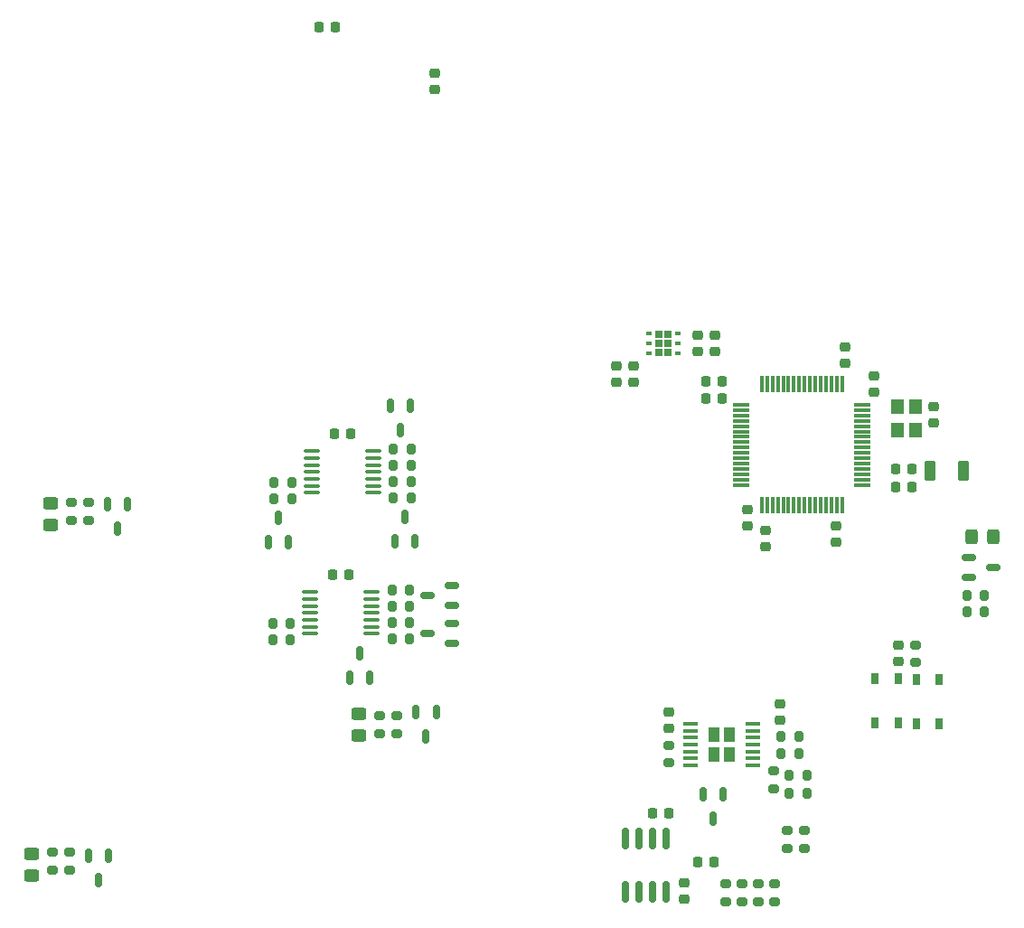
<source format=gbp>
G04 #@! TF.GenerationSoftware,KiCad,Pcbnew,7.0.2*
G04 #@! TF.CreationDate,2023-11-05T14:56:02-07:00*
G04 #@! TF.ProjectId,Relay_Board_Lucy_V1,52656c61-795f-4426-9f61-72645f4c7563,V1.0*
G04 #@! TF.SameCoordinates,Original*
G04 #@! TF.FileFunction,Paste,Bot*
G04 #@! TF.FilePolarity,Positive*
%FSLAX46Y46*%
G04 Gerber Fmt 4.6, Leading zero omitted, Abs format (unit mm)*
G04 Created by KiCad (PCBNEW 7.0.2) date 2023-11-05 14:56:02*
%MOMM*%
%LPD*%
G01*
G04 APERTURE LIST*
G04 Aperture macros list*
%AMRoundRect*
0 Rectangle with rounded corners*
0 $1 Rounding radius*
0 $2 $3 $4 $5 $6 $7 $8 $9 X,Y pos of 4 corners*
0 Add a 4 corners polygon primitive as box body*
4,1,4,$2,$3,$4,$5,$6,$7,$8,$9,$2,$3,0*
0 Add four circle primitives for the rounded corners*
1,1,$1+$1,$2,$3*
1,1,$1+$1,$4,$5*
1,1,$1+$1,$6,$7*
1,1,$1+$1,$8,$9*
0 Add four rect primitives between the rounded corners*
20,1,$1+$1,$2,$3,$4,$5,0*
20,1,$1+$1,$4,$5,$6,$7,0*
20,1,$1+$1,$6,$7,$8,$9,0*
20,1,$1+$1,$8,$9,$2,$3,0*%
G04 Aperture macros list end*
%ADD10RoundRect,0.200000X0.275000X-0.200000X0.275000X0.200000X-0.275000X0.200000X-0.275000X-0.200000X0*%
%ADD11R,0.650000X1.050000*%
%ADD12RoundRect,0.200000X0.200000X0.275000X-0.200000X0.275000X-0.200000X-0.275000X0.200000X-0.275000X0*%
%ADD13RoundRect,0.150000X-0.150000X0.512500X-0.150000X-0.512500X0.150000X-0.512500X0.150000X0.512500X0*%
%ADD14RoundRect,0.200000X-0.200000X-0.275000X0.200000X-0.275000X0.200000X0.275000X-0.200000X0.275000X0*%
%ADD15RoundRect,0.150000X0.150000X-0.512500X0.150000X0.512500X-0.150000X0.512500X-0.150000X-0.512500X0*%
%ADD16RoundRect,0.150000X-0.150000X0.825000X-0.150000X-0.825000X0.150000X-0.825000X0.150000X0.825000X0*%
%ADD17RoundRect,0.225000X-0.250000X0.225000X-0.250000X-0.225000X0.250000X-0.225000X0.250000X0.225000X0*%
%ADD18RoundRect,0.225000X0.225000X0.250000X-0.225000X0.250000X-0.225000X-0.250000X0.225000X-0.250000X0*%
%ADD19RoundRect,0.225000X0.250000X-0.225000X0.250000X0.225000X-0.250000X0.225000X-0.250000X-0.225000X0*%
%ADD20RoundRect,0.150000X0.512500X0.150000X-0.512500X0.150000X-0.512500X-0.150000X0.512500X-0.150000X0*%
%ADD21RoundRect,0.200000X-0.275000X0.200000X-0.275000X-0.200000X0.275000X-0.200000X0.275000X0.200000X0*%
%ADD22RoundRect,0.250000X-0.450000X0.325000X-0.450000X-0.325000X0.450000X-0.325000X0.450000X0.325000X0*%
%ADD23RoundRect,0.225000X-0.225000X-0.250000X0.225000X-0.250000X0.225000X0.250000X-0.225000X0.250000X0*%
%ADD24RoundRect,0.100000X0.637500X0.100000X-0.637500X0.100000X-0.637500X-0.100000X0.637500X-0.100000X0*%
%ADD25RoundRect,0.075000X0.700000X0.075000X-0.700000X0.075000X-0.700000X-0.075000X0.700000X-0.075000X0*%
%ADD26RoundRect,0.075000X0.075000X0.700000X-0.075000X0.700000X-0.075000X-0.700000X0.075000X-0.700000X0*%
%ADD27RoundRect,0.250000X0.325000X0.450000X-0.325000X0.450000X-0.325000X-0.450000X0.325000X-0.450000X0*%
%ADD28R,0.660000X0.730000*%
%ADD29R,0.630000X0.450000*%
%ADD30RoundRect,0.250000X0.275000X0.700000X-0.275000X0.700000X-0.275000X-0.700000X0.275000X-0.700000X0*%
%ADD31RoundRect,0.150000X-0.512500X-0.150000X0.512500X-0.150000X0.512500X0.150000X-0.512500X0.150000X0*%
%ADD32R,1.450000X0.450000*%
%ADD33R,1.100000X1.400000*%
%ADD34R,1.200000X1.400000*%
G04 APERTURE END LIST*
D10*
X165100000Y-139191000D03*
X165100000Y-137541000D03*
D11*
X177555000Y-118321000D03*
X177555000Y-122471000D03*
X179705000Y-118321000D03*
X179705000Y-122471000D03*
D12*
X122745000Y-113157000D03*
X121095000Y-113157000D03*
D13*
X103825000Y-134879500D03*
X105725000Y-134879500D03*
X104775000Y-137154500D03*
D14*
X168720000Y-123698000D03*
X170370000Y-123698000D03*
X132271000Y-111506000D03*
X133921000Y-111506000D03*
D15*
X134427000Y-105404500D03*
X132527000Y-105404500D03*
X133477000Y-103129500D03*
D16*
X154178000Y-133288000D03*
X155448000Y-133288000D03*
X156718000Y-133288000D03*
X157988000Y-133288000D03*
X157988000Y-138238000D03*
X156718000Y-138238000D03*
X155448000Y-138238000D03*
X154178000Y-138238000D03*
D12*
X122745000Y-114681000D03*
X121095000Y-114681000D03*
D17*
X183007000Y-92824000D03*
X183007000Y-94374000D03*
D18*
X163208000Y-92075000D03*
X161658000Y-92075000D03*
D17*
X165608000Y-102476000D03*
X165608000Y-104026000D03*
D19*
X179705000Y-116726000D03*
X179705000Y-115176000D03*
D20*
X137916500Y-109540000D03*
X137916500Y-111440000D03*
X135641500Y-110490000D03*
D21*
X163576000Y-137541000D03*
X163576000Y-139191000D03*
D22*
X129190500Y-121594000D03*
X129190500Y-123644000D03*
D23*
X156705000Y-130937000D03*
X158255000Y-130937000D03*
D24*
X130497500Y-96983000D03*
X130497500Y-97633000D03*
X130497500Y-98283000D03*
X130497500Y-98933000D03*
X130497500Y-99583000D03*
X130497500Y-100233000D03*
X130497500Y-100883000D03*
X124772500Y-100883000D03*
X124772500Y-100233000D03*
X124772500Y-99583000D03*
X124772500Y-98933000D03*
X124772500Y-98283000D03*
X124772500Y-97633000D03*
X124772500Y-96983000D03*
D17*
X136271000Y-61582000D03*
X136271000Y-63132000D03*
D19*
X168656000Y-122187000D03*
X168656000Y-120637000D03*
D14*
X132398000Y-99822000D03*
X134048000Y-99822000D03*
D10*
X169291000Y-134175000D03*
X169291000Y-132525000D03*
D13*
X134527000Y-121417500D03*
X136427000Y-121417500D03*
X135477000Y-123692500D03*
D19*
X177419000Y-91453000D03*
X177419000Y-89903000D03*
D23*
X160896000Y-135509000D03*
X162446000Y-135509000D03*
D10*
X132746500Y-123444000D03*
X132746500Y-121794000D03*
D25*
X176363000Y-92643000D03*
X176363000Y-93143000D03*
X176363000Y-93643000D03*
X176363000Y-94143000D03*
X176363000Y-94643000D03*
X176363000Y-95143000D03*
X176363000Y-95643000D03*
X176363000Y-96143000D03*
X176363000Y-96643000D03*
X176363000Y-97143000D03*
X176363000Y-97643000D03*
X176363000Y-98143000D03*
X176363000Y-98643000D03*
X176363000Y-99143000D03*
X176363000Y-99643000D03*
X176363000Y-100143000D03*
D26*
X174438000Y-102068000D03*
X173938000Y-102068000D03*
X173438000Y-102068000D03*
X172938000Y-102068000D03*
X172438000Y-102068000D03*
X171938000Y-102068000D03*
X171438000Y-102068000D03*
X170938000Y-102068000D03*
X170438000Y-102068000D03*
X169938000Y-102068000D03*
X169438000Y-102068000D03*
X168938000Y-102068000D03*
X168438000Y-102068000D03*
X167938000Y-102068000D03*
X167438000Y-102068000D03*
X166938000Y-102068000D03*
D25*
X165013000Y-100143000D03*
X165013000Y-99643000D03*
X165013000Y-99143000D03*
X165013000Y-98643000D03*
X165013000Y-98143000D03*
X165013000Y-97643000D03*
X165013000Y-97143000D03*
X165013000Y-96643000D03*
X165013000Y-96143000D03*
X165013000Y-95643000D03*
X165013000Y-95143000D03*
X165013000Y-94643000D03*
X165013000Y-94143000D03*
X165013000Y-93643000D03*
X165013000Y-93143000D03*
X165013000Y-92643000D03*
D26*
X166938000Y-90718000D03*
X167438000Y-90718000D03*
X167938000Y-90718000D03*
X168438000Y-90718000D03*
X168938000Y-90718000D03*
X169438000Y-90718000D03*
X169938000Y-90718000D03*
X170438000Y-90718000D03*
X170938000Y-90718000D03*
X171438000Y-90718000D03*
X171938000Y-90718000D03*
X172438000Y-90718000D03*
X172938000Y-90718000D03*
X173438000Y-90718000D03*
X173938000Y-90718000D03*
X174438000Y-90718000D03*
D14*
X132398000Y-96774000D03*
X134048000Y-96774000D03*
D12*
X122872000Y-99949000D03*
X121222000Y-99949000D03*
D13*
X132146000Y-92715500D03*
X134046000Y-92715500D03*
X133096000Y-94990500D03*
D17*
X153289000Y-89014000D03*
X153289000Y-90564000D03*
D21*
X181356000Y-115126000D03*
X181356000Y-116776000D03*
D19*
X162560000Y-87630000D03*
X162560000Y-86080000D03*
D12*
X122872000Y-101473000D03*
X121222000Y-101473000D03*
D27*
X188604000Y-105029000D03*
X186554000Y-105029000D03*
D24*
X130370500Y-110191000D03*
X130370500Y-110841000D03*
X130370500Y-111491000D03*
X130370500Y-112141000D03*
X130370500Y-112791000D03*
X130370500Y-113441000D03*
X130370500Y-114091000D03*
X124645500Y-114091000D03*
X124645500Y-113441000D03*
X124645500Y-112791000D03*
X124645500Y-112141000D03*
X124645500Y-111491000D03*
X124645500Y-110841000D03*
X124645500Y-110191000D03*
D13*
X105603000Y-101986500D03*
X107503000Y-101986500D03*
X106553000Y-104261500D03*
D18*
X163208000Y-90424000D03*
X161658000Y-90424000D03*
D14*
X132398000Y-98298000D03*
X134048000Y-98298000D03*
D15*
X122616000Y-105531500D03*
X120716000Y-105531500D03*
X121666000Y-103256500D03*
D13*
X161422000Y-129159000D03*
X163322000Y-129159000D03*
X162372000Y-131434000D03*
D21*
X158242000Y-124524000D03*
X158242000Y-126174000D03*
D19*
X160909000Y-87643000D03*
X160909000Y-86093000D03*
D22*
X98552000Y-134738000D03*
X98552000Y-136788000D03*
D14*
X132271000Y-114554000D03*
X133921000Y-114554000D03*
D17*
X173863000Y-104000000D03*
X173863000Y-105550000D03*
D14*
X169482000Y-127358127D03*
X171132000Y-127358127D03*
X132271000Y-113030000D03*
X133921000Y-113030000D03*
D10*
X170942000Y-134175000D03*
X170942000Y-132525000D03*
D20*
X137916500Y-113096000D03*
X137916500Y-114996000D03*
X135641500Y-114046000D03*
D28*
X157309000Y-86002000D03*
X157309000Y-86868000D03*
X157309000Y-87734000D03*
X158159000Y-86002000D03*
X158159000Y-86868000D03*
X158159000Y-87734000D03*
D29*
X156394000Y-87818000D03*
X156394000Y-86868000D03*
X156394000Y-85918000D03*
X159074000Y-85918000D03*
X159074000Y-86868000D03*
X159074000Y-87818000D03*
D30*
X185852000Y-98806000D03*
X182702000Y-98806000D03*
D22*
X100330000Y-101845000D03*
X100330000Y-103895000D03*
D14*
X169482000Y-129009127D03*
X171132000Y-129009127D03*
X132398000Y-101346000D03*
X134048000Y-101346000D03*
D23*
X179438000Y-100330000D03*
X180988000Y-100330000D03*
D10*
X131095500Y-123444000D03*
X131095500Y-121794000D03*
D18*
X127013000Y-57277000D03*
X125463000Y-57277000D03*
D10*
X168148000Y-139191000D03*
X168148000Y-137541000D03*
D18*
X128283000Y-108585000D03*
X126733000Y-108585000D03*
D14*
X168720000Y-125349000D03*
X170370000Y-125349000D03*
D19*
X159639000Y-138951000D03*
X159639000Y-137401000D03*
D18*
X128410000Y-95377000D03*
X126860000Y-95377000D03*
D21*
X166624000Y-137541000D03*
X166624000Y-139191000D03*
D14*
X132271000Y-109982000D03*
X133921000Y-109982000D03*
D10*
X102235000Y-103441000D03*
X102235000Y-101791000D03*
D19*
X174752000Y-88786000D03*
X174752000Y-87236000D03*
D23*
X179438000Y-98679000D03*
X180988000Y-98679000D03*
D10*
X168021000Y-128587000D03*
X168021000Y-126937000D03*
D12*
X187769000Y-110490000D03*
X186119000Y-110490000D03*
D15*
X130236000Y-118231500D03*
X128336000Y-118231500D03*
X129286000Y-115956500D03*
D17*
X154940000Y-89014000D03*
X154940000Y-90564000D03*
X167259000Y-104381000D03*
X167259000Y-105931000D03*
D31*
X186309000Y-108839000D03*
X186309000Y-106939000D03*
X188584000Y-107889000D03*
D10*
X100457000Y-136207000D03*
X100457000Y-134557000D03*
D17*
X158242000Y-121399000D03*
X158242000Y-122949000D03*
D10*
X103886000Y-103441000D03*
X103886000Y-101791000D03*
D32*
X166133000Y-122521000D03*
X166133000Y-123171000D03*
X166133000Y-123821000D03*
X166133000Y-124471000D03*
X166133000Y-125121000D03*
X166133000Y-125771000D03*
X166133000Y-126421000D03*
X160233000Y-126421000D03*
X160233000Y-125771000D03*
X160233000Y-125121000D03*
X160233000Y-124471000D03*
X160233000Y-123821000D03*
X160233000Y-123171000D03*
X160233000Y-122521000D03*
D33*
X163933000Y-125371000D03*
X163933000Y-123571000D03*
X162433000Y-125371000D03*
X162433000Y-123571000D03*
D34*
X181317000Y-92829200D03*
X181317000Y-95029200D03*
X179617000Y-95029200D03*
X179617000Y-92829200D03*
D12*
X187769000Y-112014000D03*
X186119000Y-112014000D03*
D10*
X102108000Y-136207000D03*
X102108000Y-134557000D03*
D11*
X183574000Y-122512000D03*
X183574000Y-118362000D03*
X181424000Y-122512000D03*
X181424000Y-118362000D03*
M02*

</source>
